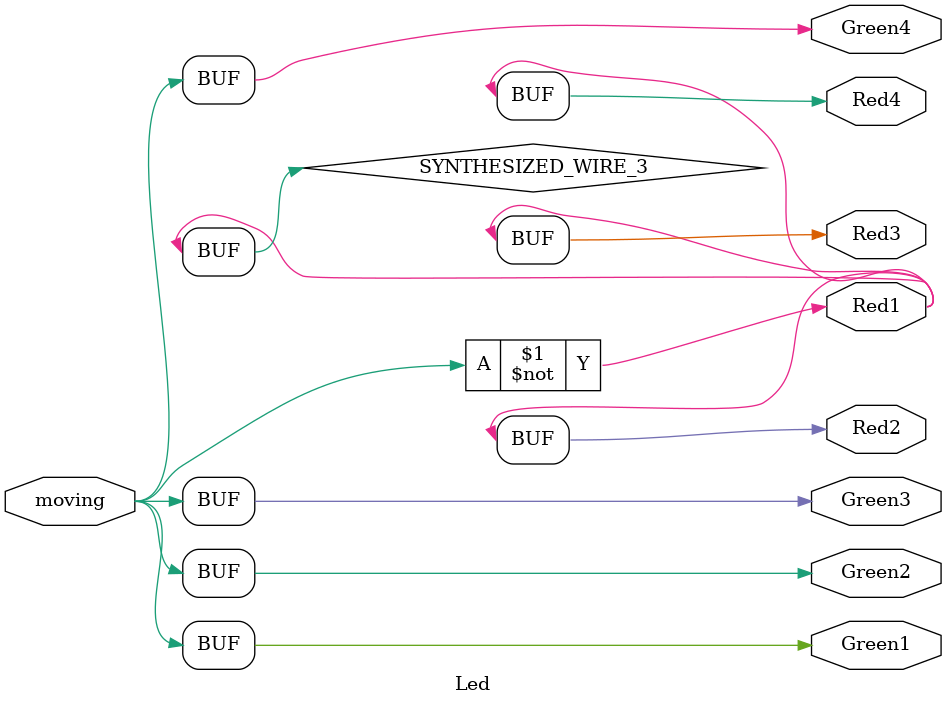
<source format=v>


module Led(
	moving,
	Green1,
	Green2,
	Green3,
	Green4,
	Red1,
	Red2,
	Red3,
	Red4
);


input wire	moving;
output wire	Green1;
output wire	Green2;
output wire	Green3;
output wire	Green4;
output wire	Red1;
output wire	Red2;
output wire	Red3;
output wire	Red4;

wire	SYNTHESIZED_WIRE_3;

assign	Green1 = moving;
assign	Green2 = moving;
assign	Green3 = moving;
assign	Green4 = moving;
assign	Red1 = SYNTHESIZED_WIRE_3;
assign	Red2 = SYNTHESIZED_WIRE_3;
assign	Red3 = SYNTHESIZED_WIRE_3;
assign	Red4 = SYNTHESIZED_WIRE_3;



assign	SYNTHESIZED_WIRE_3 =  ~moving;


endmodule

</source>
